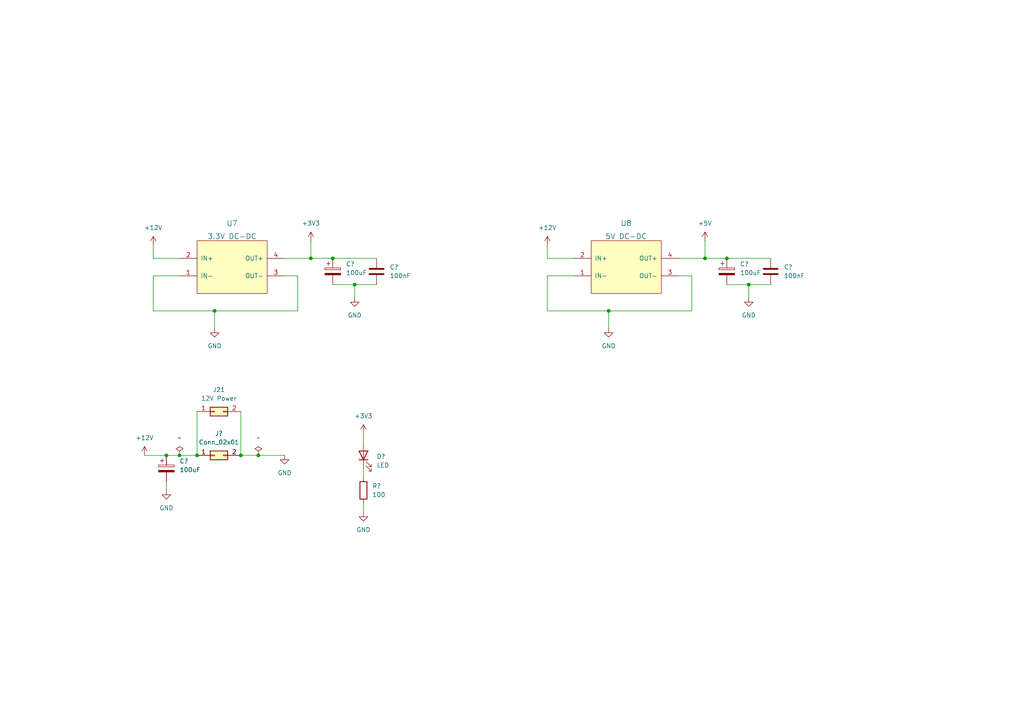
<source format=kicad_sch>
(kicad_sch (version 20211123) (generator eeschema)
  (paper "A4")
  (lib_symbols
    (symbol "Connector_Generic:Conn_02x01" (pin_names (offset 1.016) hide)
      (property "Reference" "J" (at 1.27 2.54 0))
      (property "Value" "Conn_02x01" (at 1.27 -2.54 0))
      (symbol "Conn_02x01_1_1"
        (rectangle (start -1.27 0.127) (end 0 -0.127) (stroke (width 0.1524)))
        (rectangle (start -1.27 1.27) (end 3.81 -1.27) (stroke (width 0.254)) (fill (type background)))
        (rectangle (start 3.81 0.127) (end 2.54 -0.127) (stroke (width 0.1524)))
        (pin passive line (at -5.08 0 0) (length 3.81) (name "Pin_1") (number "1"))
        (pin passive line (at 7.62 0 180) (length 3.81) (name "Pin_2") (number "2"))
      )
    )
    (symbol "Device:C" (pin_numbers hide) (pin_names (offset 0.254))
      (property "Reference" "C" (at 0.635 2.54 0))
      (property "Value" "C" (at 0.635 -2.54 0))
      (symbol "C_0_1"
        (polyline (pts (xy -2.032 -0.762) (xy 2.032 -0.762)) (stroke (width 0.508)))
        (polyline (pts (xy -2.032 0.762) (xy 2.032 0.762)) (stroke (width 0.508)))
      )
      (symbol "C_1_1"
        (pin passive line (at 0 3.81 270) (length 2.794) (name "~") (number "1"))
        (pin passive line (at 0 -3.81 90) (length 2.794) (name "~") (number "2"))
      )
    )
    (symbol "Device:C_Polarized" (pin_numbers hide) (pin_names (offset 0.254))
      (property "Reference" "C" (at 0.635 2.54 0))
      (property "Value" "C_Polarized" (at 0.635 -2.54 0))
      (symbol "C_Polarized_0_1"
        (rectangle (start -2.286 0.508) (end 2.286 1.016))
        (polyline (pts (xy -1.778 2.286) (xy -0.762 2.286)))
        (polyline (pts (xy -1.27 2.794) (xy -1.27 1.778)))
        (rectangle (start 2.286 -0.508) (end -2.286 -1.016) (fill (type outline)))
      )
      (symbol "C_Polarized_1_1"
        (pin passive line (at 0 3.81 270) (length 2.794) (name "~") (number "1"))
        (pin passive line (at 0 -3.81 90) (length 2.794) (name "~") (number "2"))
      )
    )
    (symbol "Device:LED" (pin_numbers hide) (pin_names (offset 1.016) hide)
      (property "Reference" "D" (at 0 2.54 0))
      (property "Value" "LED" (at 0 -2.54 0))
      (symbol "LED_0_1"
        (polyline (pts (xy -1.27 -1.27) (xy -1.27 1.27)) (stroke (width 0.254)))
        (polyline (pts (xy -1.27 0) (xy 1.27 0)))
        (polyline (pts (xy 1.27 -1.27) (xy 1.27 1.27) (xy -1.27 0) (xy 1.27 -1.27)) (stroke (width 0.254)))
        (polyline (pts (xy -3.048 -0.762) (xy -4.572 -2.286) (xy -3.81 -2.286) (xy -4.572 -2.286) (xy -4.572 -1.524)))
        (polyline (pts (xy -1.778 -0.762) (xy -3.302 -2.286) (xy -2.54 -2.286) (xy -3.302 -2.286) (xy -3.302 -1.524)))
      )
      (symbol "LED_1_1"
        (pin passive line (at -3.81 0 0) (length 2.54) (name "K") (number "1"))
        (pin passive line (at 3.81 0 180) (length 2.54) (name "A") (number "2"))
      )
    )
    (symbol "Device:R" (pin_numbers hide) (pin_names (offset 0))
      (property "Reference" "R" (at 2.032 0 90))
      (property "Value" "R" (at 0 0 90))
      (symbol "R_0_1"
        (rectangle (start -1.016 -2.54) (end 1.016 2.54) (stroke (width 0.254)))
      )
      (symbol "R_1_1"
        (pin passive line (at 0 3.81 270) (length 1.27) (name "~") (number "1"))
        (pin passive line (at 0 -3.81 90) (length 1.27) (name "~") (number "2"))
      )
    )
    (symbol "PCB Modules:Mini360" (pin_names (offset 1.016))
      (property "Reference" "U" (at 0 -5.08 0))
      (property "Value" "Mini360" (at 0 5.08 0))
      (symbol "Mini360_0_1"
        (rectangle (start -10.16 7.62) (end 10.16 -7.62) (fill (type background)))
      )
      (symbol "Mini360_1_1"
        (pin power_in line (at -15.24 -2.54 0) (length 5.08) (name "IN-") (number "1"))
        (pin power_in line (at -15.24 2.54 0) (length 5.08) (name "IN+") (number "2"))
        (pin power_in line (at 15.24 -2.54 180) (length 5.08) (name "OUT-") (number "3"))
        (pin power_out line (at 15.24 2.54 180) (length 5.08) (name "OUT+") (number "4"))
      )
    )
    (symbol "power:+12V" (power) (pin_names (offset 0))
      (property "Value" "+12V" (at 0 3.556 0))
      (symbol "+12V_0_1"
        (polyline (pts (xy -0.762 1.27) (xy 0 2.54)))
        (polyline (pts (xy 0 0) (xy 0 2.54)))
        (polyline (pts (xy 0 2.54) (xy 0.762 1.27)))
      )
      (symbol "+12V_1_1"
        (pin power_in line (at 0 0 90) (length 0) hide (name "+12V") (number "1"))
      )
    )
    (symbol "power:+3V3" (power) (pin_names (offset 0))
      (property "Value" "+3V3" (at 0 3.556 0))
      (symbol "+3V3_0_1"
        (polyline (pts (xy -0.762 1.27) (xy 0 2.54)))
        (polyline (pts (xy 0 0) (xy 0 2.54)))
        (polyline (pts (xy 0 2.54) (xy 0.762 1.27)))
      )
      (symbol "+3V3_1_1"
        (pin power_in line (at 0 0 90) (length 0) hide (name "+3V3") (number "1"))
      )
    )
    (symbol "power:+5V" (power) (pin_names (offset 0))
      (property "Value" "+5V" (at 0 3.556 0))
      (symbol "+5V_0_1"
        (polyline (pts (xy -0.762 1.27) (xy 0 2.54)))
        (polyline (pts (xy 0 0) (xy 0 2.54)))
        (polyline (pts (xy 0 2.54) (xy 0.762 1.27)))
      )
      (symbol "+5V_1_1"
        (pin power_in line (at 0 0 90) (length 0) hide (name "+5V") (number "1"))
      )
    )
    (symbol "power:GND" (power) (pin_names (offset 0))
      (property "Value" "GND" (at 0 -3.81 0))
      (symbol "GND_0_1"
        (polyline (pts (xy 0 0) (xy 0 -1.27) (xy 1.27 -1.27) (xy 0 -2.54) (xy -1.27 -1.27) (xy 0 -1.27)))
      )
      (symbol "GND_1_1"
        (pin power_in line (at 0 0 270) (length 0) hide (name "GND") (number "1"))
      )
    )
    (symbol "power:PWR_FLAG" (power) (pin_numbers hide) (pin_names (offset 0) hide)
      (property "Value" "PWR_FLAG" (at 0 3.81 0))
      (symbol "PWR_FLAG_0_0"
        (pin power_out line (at 0 0 90) (length 0) (name "pwr") (number "1"))
      )
      (symbol "PWR_FLAG_0_1"
        (polyline (pts (xy 0 0) (xy 0 1.27) (xy -1.016 1.905) (xy 0 2.54) (xy 1.016 1.905) (xy 0 1.27)))
      )
    )
  )
  (junction (at 69.85 132.08))
  (junction (at 74.93 132.08))
  (junction (at 48.26 132.08))
  (junction (at 217.17 82.55))
  (junction (at 62.23 90.17))
  (junction (at 52.07 132.08))
  (junction (at 204.47 74.93))
  (junction (at 96.52 74.93))
  (junction (at 210.82 74.93))
  (junction (at 102.87 82.55))
  (junction (at 90.17 74.93))
  (junction (at 57.15 132.08))
  (junction (at 176.53 90.17))
  (wire (pts (xy 44.45 80.01) (xy 44.45 90.17)))
  (wire (pts (xy 44.45 80.01) (xy 52.07 80.01)))
  (wire (pts (xy 52.07 132.08) (xy 57.15 132.08)))
  (wire (pts (xy 158.75 90.17) (xy 176.53 90.17)))
  (wire (pts (xy 204.47 74.93) (xy 210.82 74.93)))
  (wire (pts (xy 62.23 90.17) (xy 86.36 90.17)))
  (wire (pts (xy 176.53 90.17) (xy 200.66 90.17)))
  (wire (pts (xy 105.41 138.43) (xy 105.41 135.89)))
  (wire (pts (xy 200.66 80.01) (xy 200.66 90.17)))
  (wire (pts (xy 69.85 119.38) (xy 69.85 132.08)))
  (wire (pts (xy 82.55 80.01) (xy 86.36 80.01)))
  (wire (pts (xy 105.41 125.73) (xy 105.41 128.27)))
  (wire (pts (xy 62.23 90.17) (xy 62.23 95.25)))
  (wire (pts (xy 102.87 82.55) (xy 109.22 82.55)))
  (wire (pts (xy 217.17 86.36) (xy 217.17 82.55)))
  (wire (pts (xy 44.45 74.93) (xy 52.07 74.93)))
  (wire (pts (xy 48.26 132.08) (xy 52.07 132.08)))
  (wire (pts (xy 210.82 82.55) (xy 217.17 82.55)))
  (wire (pts (xy 41.91 132.08) (xy 48.26 132.08)))
  (wire (pts (xy 44.45 71.12) (xy 44.45 74.93)))
  (wire (pts (xy 217.17 82.55) (xy 223.52 82.55)))
  (wire (pts (xy 105.41 148.59) (xy 105.41 146.05)))
  (wire (pts (xy 210.82 74.93) (xy 223.52 74.93)))
  (wire (pts (xy 74.93 132.08) (xy 82.55 132.08)))
  (wire (pts (xy 44.45 90.17) (xy 62.23 90.17)))
  (wire (pts (xy 158.75 74.93) (xy 166.37 74.93)))
  (wire (pts (xy 204.47 74.93) (xy 196.85 74.93)))
  (wire (pts (xy 158.75 80.01) (xy 158.75 90.17)))
  (wire (pts (xy 204.47 69.85) (xy 204.47 74.93)))
  (wire (pts (xy 158.75 71.12) (xy 158.75 74.93)))
  (wire (pts (xy 69.85 132.08) (xy 74.93 132.08)))
  (wire (pts (xy 158.75 80.01) (xy 166.37 80.01)))
  (wire (pts (xy 90.17 74.93) (xy 96.52 74.93)))
  (wire (pts (xy 96.52 82.55) (xy 102.87 82.55)))
  (wire (pts (xy 102.87 86.36) (xy 102.87 82.55)))
  (wire (pts (xy 86.36 80.01) (xy 86.36 90.17)))
  (wire (pts (xy 90.17 69.85) (xy 90.17 74.93)))
  (wire (pts (xy 96.52 74.93) (xy 109.22 74.93)))
  (wire (pts (xy 90.17 74.93) (xy 82.55 74.93)))
  (wire (pts (xy 176.53 90.17) (xy 176.53 95.25)))
  (wire (pts (xy 48.26 142.24) (xy 48.26 139.7)))
  (wire (pts (xy 57.15 119.38) (xy 57.15 132.08)))
  (wire (pts (xy 196.85 80.01) (xy 200.66 80.01)))
  (symbol (lib_id "power:GND") (at 82.55 132.08 0) (unit 1)
    (property "Reference" "#PWR?" (effects hide))
    (property "Value" "GND" (at 82.55 137.16 0))
  )
  (symbol (lib_id "Device:C_Polarized") (at 48.26 135.89 0) (unit 1)
    (property "Reference" "C?" (at 52.07 133.7309 0) (effects (justify left)))
    (property "Value" "100uF" (at 52.07 136.2709 0) (effects (justify left)))
    (property "Footprint" "Capacitor_THT:CP_Radial_Tantal_D7.0mm_P2.50mm" (effects hide))
  )
  (symbol (lib_id "power:+12V") (at 158.75 71.12 0) (unit 1)
    (property "Reference" "#PWR?" (effects hide))
    (property "Value" "+12V" (at 158.75 66.04 0))
  )
  (symbol (lib_id "power:GND") (at 62.23 95.25 0) (unit 1)
    (property "Reference" "#PWR?" (effects hide))
    (property "Value" "GND" (at 62.23 100.33 0))
  )
  (symbol (lib_id "power:+3V3") (at 105.41 125.73 0) (unit 1)
    (property "Reference" "#PWR?" (effects hide))
    (property "Value" "+3V3" (at 105.41 120.65 0))
  )
  (symbol (lib_id "Device:R") (at 105.41 142.24 0) (unit 1)
    (property "Reference" "R?" (at 107.95 140.9699 0) (effects (justify left)))
    (property "Value" "100" (at 107.95 143.5099 0) (effects (justify left)))
    (property "Footprint" "Resistor_SMD:R_1206_3216Metric" (effects hide))
  )
  (symbol (lib_id "power:GND") (at 102.87 86.36 0) (unit 1)
    (property "Reference" "#PWR?" (effects hide))
    (property "Value" "GND" (at 102.87 91.44 0))
  )
  (symbol (lib_id "power:+5V") (at 204.47 69.85 0) (unit 1)
    (property "Reference" "#PWR?" (effects hide))
    (property "Value" "+5V" (at 204.47 64.77 0))
  )
  (symbol (lib_id "Connector_Generic:Conn_02x01") (at 62.23 132.08 0) (unit 1)
    (property "Reference" "J?" (at 63.5 125.73 0))
    (property "Value" "Conn_02x01" (at 63.5 128.27 0))
    (property "Footprint" "Connector_BarrelJack:BarrelJack_GCT_DCJ200-10-A_Horizontal" (effects hide))
  )
  (symbol (lib_id "Device:C_Polarized") (at 210.82 78.74 0) (unit 1)
    (property "Reference" "C?" (at 214.63 76.5809 0) (effects (justify left)))
    (property "Value" "100uF" (at 214.63 79.1209 0) (effects (justify left)))
    (property "Footprint" "Capacitor_THT:CP_Radial_Tantal_D7.0mm_P2.50mm" (effects hide))
  )
  (symbol (lib_id "Device:LED") (at 105.41 132.08 90) (unit 1)
    (property "Reference" "D?" (at 109.22 132.3974 90) (effects (justify right)))
    (property "Value" "LED" (at 109.22 134.9374 90) (effects (justify right)))
    (property "Footprint" "LED_SMD:LED_1206_3216Metric" (effects hide))
  )
  (symbol (lib_id "Device:C_Polarized") (at 96.52 78.74 0) (unit 1)
    (property "Reference" "C?" (at 100.33 76.5809 0) (effects (justify left)))
    (property "Value" "100uF" (at 100.33 79.1209 0) (effects (justify left)))
    (property "Footprint" "Capacitor_THT:CP_Radial_Tantal_D7.0mm_P2.50mm" (effects hide))
  )
  (symbol (lib_id "power:+3V3") (at 90.17 69.85 0) (unit 1)
    (property "Reference" "#PWR?" (effects hide))
    (property "Value" "+3V3" (at 90.17 64.77 0))
  )
  (symbol (lib_id "power:GND") (at 176.53 95.25 0) (unit 1)
    (property "Reference" "#PWR?" (effects hide))
    (property "Value" "GND" (at 176.53 100.33 0))
  )
  (symbol (lib_id "power:GND") (at 217.17 86.36 0) (unit 1)
    (property "Reference" "#PWR?" (effects hide))
    (property "Value" "GND" (at 217.17 91.44 0))
  )
  (symbol (lib_id "power:+12V") (at 44.45 71.12 0) (unit 1)
    (property "Reference" "#PWR?" (effects hide))
    (property "Value" "+12V" (at 44.45 66.04 0))
  )
  (symbol (lib_id "Device:C") (at 223.52 78.74 0) (unit 1)
    (property "Reference" "C?" (at 227.33 77.4699 0) (effects (justify left)))
    (property "Value" "100nF" (at 227.33 80.0099 0) (effects (justify left)))
    (property "Footprint" "Capacitor_SMD:C_0805_2012Metric" (effects hide))
  )
  (symbol (lib_id "power:GND") (at 48.26 142.24 0) (unit 1)
    (property "Reference" "#PWR?" (effects hide))
    (property "Value" "GND" (at 48.26 147.32 0))
  )
  (symbol (lib_id "Device:C") (at 109.22 78.74 0) (unit 1)
    (property "Reference" "C?" (at 113.03 77.4699 0) (effects (justify left)))
    (property "Value" "100nF" (at 113.03 80.0099 0) (effects (justify left)))
    (property "Footprint" "Capacitor_SMD:C_0805_2012Metric" (effects hide))
  )
  (symbol (lib_id "PCB Modules:Mini360") (at 181.61 77.47 0) (unit 1)
    (property "Reference" "U8" (at 181.61 64.77 0) (effects (font (size 1.524 1.524))))
    (property "Value" "5V DC-DC" (at 181.61 68.58 0) (effects (font (size 1.524 1.524))))
    (property "Footprint" "PCB Modules:Mini360" (effects hide))
  )
  (symbol (lib_id "PCB Modules:Mini360") (at 67.31 77.47 0) (unit 1)
    (property "Reference" "U7" (at 67.31 64.77 0) (effects (font (size 1.524 1.524))))
    (property "Value" "3.3V DC-DC" (at 67.31 68.58 0) (effects (font (size 1.524 1.524))))
    (property "Footprint" "PCB Modules:Mini360" (effects hide))
  )
  (symbol (lib_id "power:PWR_FLAG") (at 52.07 132.08 0) (unit 1)
    (property "Reference" "#FLG0102" (effects hide))
    (property "Value" "~" (at 52.07 127 0))
  )
  (symbol (lib_id "power:+12V") (at 41.91 132.08 0) (unit 1)
    (property "Reference" "#PWR?" (effects hide))
    (property "Value" "+12V" (at 41.91 127 0))
  )
  (symbol (lib_id "power:PWR_FLAG") (at 74.93 132.08 0) (unit 1)
    (property "Reference" "#FLG01" (effects hide))
    (property "Value" "~" (at 74.93 127 0))
  )
  (symbol (lib_id "Connector_Generic:Conn_02x01") (at 62.23 119.38 0) (unit 1)
    (property "Reference" "J21" (at 63.5 113.03 0))
    (property "Value" "12V Power" (at 63.5 115.57 0))
    (property "Footprint" "TerminalBlock_Phoenix:TerminalBlock_Phoenix_MKDS-1,5-2-5.08_1x02_P5.08mm_Horizontal" (effects hide))
  )
  (symbol (lib_id "power:GND") (at 105.41 148.59 0) (unit 1)
    (property "Reference" "#PWR?" (effects hide))
    (property "Value" "GND" (at 105.41 153.67 0))
  )
)
</source>
